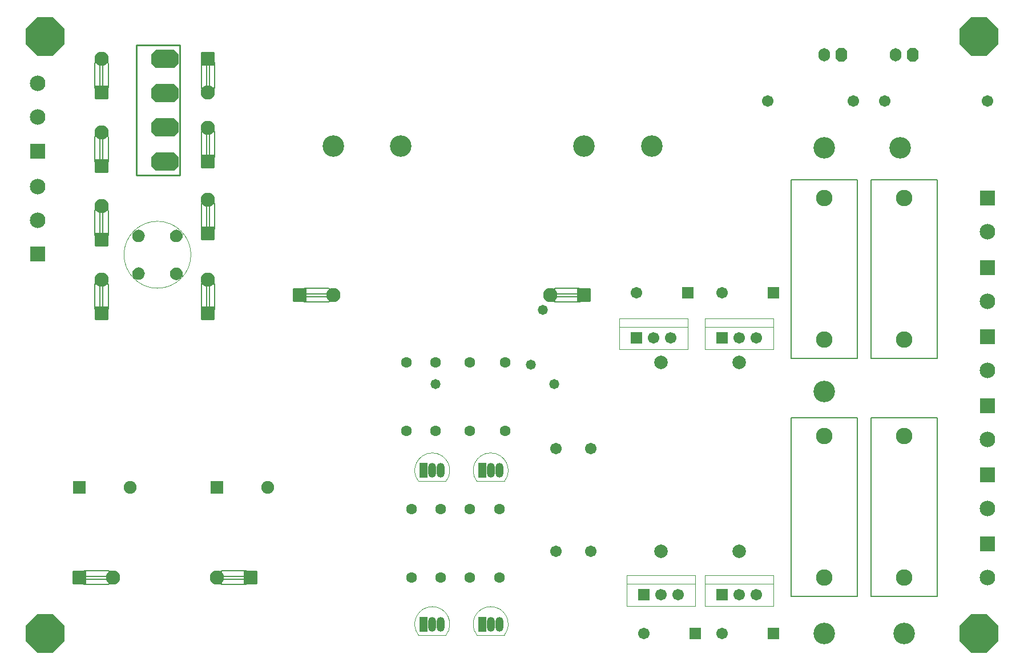
<source format=gbs>
G04*
G04 #@! TF.GenerationSoftware,Altium Limited,Altium Designer,18.0.7 (293)*
G04*
G04 Layer_Color=16711935*
%FSLAX25Y25*%
%MOIN*%
G70*
G01*
G75*
%ADD10C,0.00787*%
%ADD12C,0.00500*%
%ADD13C,0.01000*%
%ADD20C,0.00197*%
%ADD21C,0.00394*%
%ADD22C,0.00300*%
%ADD23C,0.06706*%
%ADD24O,0.04737X0.08674*%
%ADD25R,0.04737X0.08674*%
%ADD26C,0.07887*%
G04:AMPARAMS|DCode=27|XSize=161.54mil|YSize=102.5mil|CornerRadius=0mil|HoleSize=0mil|Usage=FLASHONLY|Rotation=180.000|XOffset=0mil|YOffset=0mil|HoleType=Round|Shape=Octagon|*
%AMOCTAGOND27*
4,1,8,-0.08077,0.02563,-0.08077,-0.02563,-0.05515,-0.05125,0.05515,-0.05125,0.08077,-0.02563,0.08077,0.02563,0.05515,0.05125,-0.05515,0.05125,-0.08077,0.02563,0.0*
%
%ADD27OCTAGOND27*%

%ADD28R,0.09068X0.09068*%
%ADD29C,0.09068*%
%ADD30P,0.24304X8X22.5*%
%ADD31C,0.08300*%
G04:AMPARAMS|DCode=32|XSize=83mil|YSize=83mil|CornerRadius=13.38mil|HoleSize=0mil|Usage=FLASHONLY|Rotation=90.000|XOffset=0mil|YOffset=0mil|HoleType=Round|Shape=RoundedRectangle|*
%AMROUNDEDRECTD32*
21,1,0.08300,0.05625,0,0,90.0*
21,1,0.05625,0.08300,0,0,90.0*
1,1,0.02675,0.02813,0.02813*
1,1,0.02675,0.02813,-0.02813*
1,1,0.02675,-0.02813,-0.02813*
1,1,0.02675,-0.02813,0.02813*
%
%ADD32ROUNDEDRECTD32*%
G04:AMPARAMS|DCode=33|XSize=83mil|YSize=83mil|CornerRadius=13.38mil|HoleSize=0mil|Usage=FLASHONLY|Rotation=180.000|XOffset=0mil|YOffset=0mil|HoleType=Round|Shape=RoundedRectangle|*
%AMROUNDEDRECTD33*
21,1,0.08300,0.05625,0,0,180.0*
21,1,0.05625,0.08300,0,0,180.0*
1,1,0.02675,-0.02813,0.02813*
1,1,0.02675,0.02813,0.02813*
1,1,0.02675,0.02813,-0.02813*
1,1,0.02675,-0.02813,-0.02813*
%
%ADD33ROUNDEDRECTD33*%
%ADD34C,0.12611*%
%ADD36O,0.06800X0.07800*%
G04:AMPARAMS|DCode=37|XSize=68mil|YSize=78mil|CornerRadius=0mil|HoleSize=0mil|Usage=FLASHONLY|Rotation=0.000|XOffset=0mil|YOffset=0mil|HoleType=Round|Shape=Octagon|*
%AMOCTAGOND37*
4,1,8,-0.01700,0.03900,0.01700,0.03900,0.03400,0.02200,0.03400,-0.02200,0.01700,-0.03900,-0.01700,-0.03900,-0.03400,-0.02200,-0.03400,0.02200,-0.01700,0.03900,0.0*
%
%ADD37OCTAGOND37*%

%ADD38C,0.07493*%
%ADD39R,0.07493X0.07493*%
%ADD40C,0.06699*%
%ADD41R,0.06699X0.06699*%
%ADD42C,0.09658*%
%ADD43C,0.06312*%
%ADD44R,0.06706X0.06706*%
%ADD45C,0.05800*%
G36*
X80839Y232677D02*
X80713Y233628D01*
X80346Y234514D01*
X79763Y235275D01*
X79002Y235858D01*
X78116Y236225D01*
X77165Y236350D01*
X76215Y236225D01*
X75329Y235858D01*
X74568Y235275D01*
X73984Y234514D01*
X73617Y233628D01*
X73492Y232677D01*
X73617Y231727D01*
X73984Y230841D01*
X74568Y230080D01*
X75329Y229496D01*
X76215Y229129D01*
X77165Y229004D01*
X78116Y229129D01*
X79002Y229496D01*
X79763Y230080D01*
X80346Y230841D01*
X80713Y231727D01*
X80839Y232677D01*
D02*
G37*
G36*
X102886Y232579D02*
X102761Y233529D01*
X102394Y234415D01*
X101810Y235176D01*
X101049Y235760D01*
X100163Y236127D01*
X99213Y236252D01*
X98262Y236127D01*
X97376Y235760D01*
X96615Y235176D01*
X96032Y234415D01*
X95665Y233529D01*
X95539Y232579D01*
X95665Y231628D01*
X96032Y230742D01*
X96615Y229981D01*
X97376Y229398D01*
X98262Y229031D01*
X99213Y228906D01*
X100163Y229031D01*
X101049Y229398D01*
X101810Y229981D01*
X102394Y230742D01*
X102761Y231628D01*
X102886Y232579D01*
D02*
G37*
G36*
X80839Y254724D02*
X80713Y255675D01*
X80346Y256561D01*
X79763Y257322D01*
X79002Y257906D01*
X78116Y258272D01*
X77165Y258398D01*
X76215Y258272D01*
X75329Y257906D01*
X74568Y257322D01*
X73984Y256561D01*
X73617Y255675D01*
X73492Y254724D01*
X73617Y253774D01*
X73984Y252888D01*
X74568Y252127D01*
X75329Y251543D01*
X76215Y251176D01*
X77165Y251051D01*
X78116Y251176D01*
X79002Y251543D01*
X79763Y252127D01*
X80346Y252888D01*
X80713Y253774D01*
X80839Y254724D01*
D02*
G37*
G36*
X102886D02*
X102761Y255675D01*
X102394Y256561D01*
X101810Y257322D01*
X101049Y257906D01*
X100163Y258272D01*
X99213Y258398D01*
X98262Y258272D01*
X97376Y257906D01*
X96615Y257322D01*
X96032Y256561D01*
X95665Y255675D01*
X95539Y254724D01*
X95665Y253774D01*
X96032Y252888D01*
X96615Y252127D01*
X97376Y251543D01*
X98262Y251176D01*
X99213Y251051D01*
X100163Y251176D01*
X101049Y251543D01*
X101810Y252127D01*
X102394Y252888D01*
X102761Y253774D01*
X102886Y254724D01*
D02*
G37*
G36*
X87176Y292968D02*
X84564Y295580D01*
X84564Y300855D01*
X87176Y303467D01*
X97864D01*
X100476Y300855D01*
X100476Y298380D01*
X100476Y295580D01*
X97864Y292968D01*
X87176Y292968D01*
D02*
G37*
G36*
Y312968D02*
X84564Y315580D01*
X84564Y320855D01*
X87176Y323467D01*
X97864D01*
X100476Y320855D01*
X100476Y318380D01*
X100476Y315580D01*
X97864Y312968D01*
X87176Y312968D01*
D02*
G37*
G36*
Y332968D02*
X84564Y335580D01*
X84564Y340855D01*
X87176Y343467D01*
X97864D01*
X100476Y340855D01*
X100476Y338380D01*
X100476Y335580D01*
X97864Y332968D01*
X87176Y332968D01*
D02*
G37*
G36*
Y352968D02*
X84564Y355580D01*
X84564Y360855D01*
X87176Y363467D01*
X97864D01*
X100476Y360855D01*
X100476Y358380D01*
X100476Y355580D01*
X97864Y352968D01*
X87176Y352968D01*
D02*
G37*
D10*
X458268Y44291D02*
Y148622D01*
X496850D01*
Y44291D02*
Y148622D01*
X458268Y44291D02*
X496850D01*
X504937Y183189D02*
Y287520D01*
X543520D01*
Y183189D02*
Y287520D01*
X504937Y183189D02*
X543520D01*
X504937Y44291D02*
Y148622D01*
X543520D01*
Y44291D02*
Y148622D01*
X504937Y44291D02*
X543520D01*
X458268Y183189D02*
Y287520D01*
X496850D01*
Y183189D02*
Y287520D01*
X458268Y183189D02*
X496850D01*
D12*
X114872Y299325D02*
G03*
X116863Y298269I1976J1321D01*
G01*
X118571Y298268D02*
G03*
X120545Y299305I11J2376D01*
G01*
X116862Y317953D02*
G03*
X114888Y316915I-11J-2376D01*
G01*
X120562Y316896D02*
G03*
X118570Y317951I-1976J-1321D01*
G01*
X114034Y315462D02*
G03*
X113768Y315197I87J-354D01*
G01*
X116918Y315272D02*
G03*
X114034Y315462I-4288J-43031D01*
G01*
X116918Y300949D02*
G03*
X114034Y300759I41749J-654584D01*
G01*
X113768Y301024D02*
G03*
X114034Y300759I357J92D01*
G01*
X118516Y315272D02*
G03*
X121399Y315462I-41797J655314D01*
G01*
X121665Y315197D02*
G03*
X121399Y315462I-357J-92D01*
G01*
X121399Y300759D02*
G03*
X121665Y301024I-87J354D01*
G01*
X118516Y300949D02*
G03*
X121399Y300759I4288J43031D01*
G01*
X116918Y300420D02*
G03*
X115656Y299252I3661J-5218D01*
G01*
X113768Y301024D02*
G03*
X115540Y299252I1772J0D01*
G01*
X121665Y315197D02*
G03*
X119894Y316968I-1772J0D01*
G01*
X115540D02*
G03*
X113768Y315197I0J-1772D01*
G01*
X119894Y299252D02*
G03*
X121665Y301024I0J1772D01*
G01*
X116535Y298268D02*
G03*
X118898Y298268I1181J0D01*
G01*
Y317953D02*
G03*
X116535Y317953I-1181J0D01*
G01*
X120562Y357211D02*
G03*
X118570Y358266I-1976J-1321D01*
G01*
X116862Y358268D02*
G03*
X114888Y357230I-11J-2376D01*
G01*
X118571Y338583D02*
G03*
X120545Y339620I11J2376D01*
G01*
X114872Y339640D02*
G03*
X116863Y338584I1976J1321D01*
G01*
X121399Y341073D02*
G03*
X121665Y341339I-87J354D01*
G01*
X118516Y341264D02*
G03*
X121399Y341073I4288J43031D01*
G01*
X118516Y355587D02*
G03*
X121399Y355777I-41749J654584D01*
G01*
X121665Y355512D02*
G03*
X121399Y355777I-357J-92D01*
G01*
X116918Y341264D02*
G03*
X114034Y341073I41797J-655314D01*
G01*
X113768Y341339D02*
G03*
X114034Y341073I357J92D01*
G01*
X114034Y355777D02*
G03*
X113768Y355512I87J-354D01*
G01*
X116918Y355587D02*
G03*
X114034Y355777I-4288J-43031D01*
G01*
X118516Y356115D02*
G03*
X119777Y357283I-3661J5218D01*
G01*
X121665Y355512D02*
G03*
X119894Y357283I-1772J0D01*
G01*
X113768Y341339D02*
G03*
X115540Y339567I1772J0D01*
G01*
X119894D02*
G03*
X121665Y341339I0J1772D01*
G01*
X115540Y357283D02*
G03*
X113768Y355512I0J-1772D01*
G01*
X118898Y358268D02*
G03*
X116535Y358268I-1181J0D01*
G01*
Y338583D02*
G03*
X118898Y338583I1181J0D01*
G01*
X336345Y217234D02*
G03*
X337400Y219226I-1321J1976D01*
G01*
X337402Y220933D02*
G03*
X336364Y222907I-2376J11D01*
G01*
X317717Y219224D02*
G03*
X318754Y217250I2376J-11D01*
G01*
X318773Y222924D02*
G03*
X317718Y220932I1321J-1976D01*
G01*
X320207Y216396D02*
G03*
X320472Y216130I354J87D01*
G01*
X320398Y219280D02*
G03*
X320207Y216396I43031J-4288D01*
G01*
X334720Y219280D02*
G03*
X334911Y216396I654584J41749D01*
G01*
X334646Y216130D02*
G03*
X334911Y216396I-92J357D01*
G01*
X320398Y220878D02*
G03*
X320207Y223761I-655314J-41797D01*
G01*
X320472Y224027D02*
G03*
X320207Y223761I92J-357D01*
G01*
X334911Y223761D02*
G03*
X334646Y224027I-354J-87D01*
G01*
X334720Y220878D02*
G03*
X334911Y223761I-43031J4288D01*
G01*
X335249Y219280D02*
G03*
X336417Y218018I5218J3661D01*
G01*
X334646Y216130D02*
G03*
X336417Y217902I0J1772D01*
G01*
X320472Y224027D02*
G03*
X318701Y222256I0J-1772D01*
G01*
Y217902D02*
G03*
X320472Y216130I1772J0D01*
G01*
X336417Y222256D02*
G03*
X334646Y224027I-1772J0D01*
G01*
X337402Y218898D02*
G03*
X337402Y221260I0J1181D01*
G01*
X317717D02*
G03*
X317717Y218898I0J-1181D01*
G01*
X172317Y222924D02*
G03*
X171261Y220932I1321J-1976D01*
G01*
X171260Y219224D02*
G03*
X172298Y217250I2376J-11D01*
G01*
X190945Y220933D02*
G03*
X189907Y222907I-2376J11D01*
G01*
X189888Y217234D02*
G03*
X190944Y219226I-1321J1976D01*
G01*
X188454Y223761D02*
G03*
X188189Y224027I-354J-87D01*
G01*
X188264Y220878D02*
G03*
X188454Y223761I-43031J4288D01*
G01*
X173941Y220878D02*
G03*
X173751Y223761I-654584J-41749D01*
G01*
X174016Y224027D02*
G03*
X173751Y223761I92J-357D01*
G01*
X188264Y219280D02*
G03*
X188454Y216396I655314J41797D01*
G01*
X188189Y216130D02*
G03*
X188454Y216396I-92J357D01*
G01*
X173751Y216396D02*
G03*
X174016Y216130I354J87D01*
G01*
X173941Y219280D02*
G03*
X173751Y216396I43031J-4288D01*
G01*
X173412Y220878D02*
G03*
X172244Y222139I-5218J-3661D01*
G01*
X174016Y224027D02*
G03*
X172244Y222256I0J-1772D01*
G01*
X188189Y216130D02*
G03*
X189961Y217902I0J1772D01*
G01*
Y222256D02*
G03*
X188189Y224027I-1772J0D01*
G01*
X172244Y217902D02*
G03*
X174016Y216130I1772J0D01*
G01*
X171260Y221260D02*
G03*
X171260Y218898I0J-1181D01*
G01*
X190945D02*
G03*
X190945Y221260I0J1181D01*
G01*
X52667Y296595D02*
G03*
X54659Y295539I1976J1321D01*
G01*
X56366Y295538D02*
G03*
X58340Y296576I11J2376D01*
G01*
X54657Y315223D02*
G03*
X52684Y314186I-11J-2376D01*
G01*
X58357Y314166D02*
G03*
X56365Y315222I-1976J-1321D01*
G01*
X51829Y312732D02*
G03*
X51563Y312467I87J-354D01*
G01*
X54713Y312542D02*
G03*
X51829Y312732I-4288J-43031D01*
G01*
X54713Y298219D02*
G03*
X51829Y298029I41749J-654584D01*
G01*
X51563Y298294D02*
G03*
X51829Y298029I357J92D01*
G01*
X56311Y312542D02*
G03*
X59194Y312732I-41797J655314D01*
G01*
X59460Y312467D02*
G03*
X59194Y312732I-357J-92D01*
G01*
X59194Y298029D02*
G03*
X59460Y298294I-87J354D01*
G01*
X56311Y298219D02*
G03*
X59194Y298029I4288J43031D01*
G01*
X54713Y297691D02*
G03*
X53451Y296522I3661J-5218D01*
G01*
X51563Y298294D02*
G03*
X53335Y296522I1772J0D01*
G01*
X59460Y312467D02*
G03*
X57689Y314239I-1772J0D01*
G01*
X53335D02*
G03*
X51563Y312467I0J-1772D01*
G01*
X57689Y296522D02*
G03*
X59460Y298294I0J1772D01*
G01*
X54331Y295538D02*
G03*
X56693Y295538I1181J0D01*
G01*
Y315223D02*
G03*
X54331Y315223I-1181J0D01*
G01*
X52667Y339640D02*
G03*
X54659Y338584I1976J1321D01*
G01*
X56366Y338583D02*
G03*
X58340Y339620I11J2376D01*
G01*
X54657Y358268D02*
G03*
X52684Y357230I-11J-2376D01*
G01*
X58357Y357211D02*
G03*
X56365Y358266I-1976J-1321D01*
G01*
X51829Y355777D02*
G03*
X51563Y355512I87J-354D01*
G01*
X54713Y355587D02*
G03*
X51829Y355777I-4288J-43031D01*
G01*
X54713Y341264D02*
G03*
X51829Y341073I41749J-654584D01*
G01*
X51563Y341339D02*
G03*
X51829Y341073I357J92D01*
G01*
X56311Y355587D02*
G03*
X59194Y355777I-41797J655314D01*
G01*
X59460Y355512D02*
G03*
X59194Y355777I-357J-92D01*
G01*
X59194Y341073D02*
G03*
X59460Y341339I-87J354D01*
G01*
X56311Y341264D02*
G03*
X59194Y341073I4288J43031D01*
G01*
X54713Y340735D02*
G03*
X53451Y339567I3661J-5218D01*
G01*
X51563Y341339D02*
G03*
X53335Y339567I1772J0D01*
G01*
X59460Y355512D02*
G03*
X57689Y357283I-1772J0D01*
G01*
X53335D02*
G03*
X51563Y355512I0J-1772D01*
G01*
X57689Y339567D02*
G03*
X59460Y341339I0J1772D01*
G01*
X54331Y338583D02*
G03*
X56693Y338583I1181J0D01*
G01*
Y358268D02*
G03*
X54331Y358268I-1181J0D01*
G01*
X52667Y253550D02*
G03*
X54659Y252495I1976J1321D01*
G01*
X56366Y252493D02*
G03*
X58340Y253531I11J2376D01*
G01*
X54657Y272179D02*
G03*
X52684Y271141I-11J-2376D01*
G01*
X58357Y271122D02*
G03*
X56365Y272177I-1976J-1321D01*
G01*
X51829Y269688D02*
G03*
X51563Y269423I87J-354D01*
G01*
X54713Y269497D02*
G03*
X51829Y269688I-4288J-43031D01*
G01*
X54713Y255174D02*
G03*
X51829Y254984I41749J-654584D01*
G01*
X51563Y255249D02*
G03*
X51829Y254984I357J92D01*
G01*
X56311Y269497D02*
G03*
X59194Y269688I-41797J655314D01*
G01*
X59460Y269423D02*
G03*
X59194Y269688I-357J-92D01*
G01*
X59194Y254984D02*
G03*
X59460Y255249I-87J354D01*
G01*
X56311Y255174D02*
G03*
X59194Y254984I4288J43031D01*
G01*
X54713Y254646D02*
G03*
X53451Y253478I3661J-5218D01*
G01*
X51563Y255249D02*
G03*
X53335Y253478I1772J0D01*
G01*
X59460Y269423D02*
G03*
X57689Y271194I-1772J0D01*
G01*
X53335D02*
G03*
X51563Y269423I0J-1772D01*
G01*
X57689Y253478D02*
G03*
X59460Y255249I0J1772D01*
G01*
X54331Y252493D02*
G03*
X56693Y252493I1181J0D01*
G01*
Y272179D02*
G03*
X54331Y272179I-1181J0D01*
G01*
X52667Y210506D02*
G03*
X54659Y209450I1976J1321D01*
G01*
X56366Y209449D02*
G03*
X58340Y210486I11J2376D01*
G01*
X54657Y229134D02*
G03*
X52684Y228096I-11J-2376D01*
G01*
X58357Y228077D02*
G03*
X56365Y229133I-1976J-1321D01*
G01*
X51829Y226643D02*
G03*
X51563Y226378I87J-354D01*
G01*
X54713Y226453D02*
G03*
X51829Y226643I-4288J-43031D01*
G01*
X54713Y212130D02*
G03*
X51829Y211940I41749J-654584D01*
G01*
X51563Y212205D02*
G03*
X51829Y211940I357J92D01*
G01*
X56311Y226453D02*
G03*
X59194Y226643I-41797J655314D01*
G01*
X59460Y226378D02*
G03*
X59194Y226643I-357J-92D01*
G01*
X59194Y211940D02*
G03*
X59460Y212205I-87J354D01*
G01*
X56311Y212130D02*
G03*
X59194Y211940I4288J43031D01*
G01*
X54713Y211601D02*
G03*
X53451Y210433I3661J-5218D01*
G01*
X51563Y212205D02*
G03*
X53335Y210433I1772J0D01*
G01*
X59460Y226378D02*
G03*
X57689Y228150I-1772J0D01*
G01*
X53335D02*
G03*
X51563Y226378I0J-1772D01*
G01*
X57689Y210433D02*
G03*
X59460Y212205I0J1772D01*
G01*
X54331Y209449D02*
G03*
X56693Y209449I1181J0D01*
G01*
Y229134D02*
G03*
X54331Y229134I-1181J0D01*
G01*
X141659Y52273D02*
G03*
X142715Y54265I-1321J1976D01*
G01*
X142716Y55972D02*
G03*
X141679Y57946I-2376J11D01*
G01*
X123031Y54264D02*
G03*
X124069Y52290I2376J-11D01*
G01*
X124088Y57963D02*
G03*
X123033Y55971I1321J-1976D01*
G01*
X125522Y51436D02*
G03*
X125787Y51170I354J87D01*
G01*
X125712Y54319D02*
G03*
X125522Y51436I43031J-4288D01*
G01*
X140035Y54319D02*
G03*
X140226Y51436I654584J41749D01*
G01*
X139961Y51170D02*
G03*
X140226Y51436I-92J357D01*
G01*
X125712Y55917D02*
G03*
X125522Y58801I-655314J-41797D01*
G01*
X125787Y59067D02*
G03*
X125522Y58801I92J-357D01*
G01*
X140226Y58800D02*
G03*
X139961Y59067I-354J-87D01*
G01*
X140035Y55917D02*
G03*
X140226Y58800I-43031J4288D01*
G01*
X140564Y54319D02*
G03*
X141732Y53058I5218J3661D01*
G01*
X139961Y51170D02*
G03*
X141732Y52941I0J1772D01*
G01*
X125787Y59067D02*
G03*
X124016Y57295I0J-1772D01*
G01*
Y52941D02*
G03*
X125787Y51170I1772J0D01*
G01*
X141732Y57295D02*
G03*
X139961Y59067I-1772J0D01*
G01*
X142716Y53937D02*
G03*
X142716Y56299I0J1181D01*
G01*
X123031D02*
G03*
X123031Y53937I0J-1181D01*
G01*
X43773Y57963D02*
G03*
X42718Y55971I1321J-1976D01*
G01*
X42717Y54264D02*
G03*
X43754Y52290I2376J-11D01*
G01*
X62402Y55972D02*
G03*
X61364Y57946I-2376J11D01*
G01*
X61345Y52273D02*
G03*
X62400Y54265I-1321J1976D01*
G01*
X59911Y58800D02*
G03*
X59646Y59067I-354J-87D01*
G01*
X59721Y55917D02*
G03*
X59911Y58800I-43031J4288D01*
G01*
X45398Y55917D02*
G03*
X45207Y58800I-654584J-41749D01*
G01*
X45472Y59067D02*
G03*
X45207Y58800I92J-357D01*
G01*
X59721Y54319D02*
G03*
X59911Y51436I655314J41797D01*
G01*
X59646Y51170D02*
G03*
X59911Y51436I-92J357D01*
G01*
X45207Y51436D02*
G03*
X45472Y51170I354J87D01*
G01*
X45398Y54319D02*
G03*
X45207Y51436I43031J-4288D01*
G01*
X44869Y55917D02*
G03*
X43701Y57178I-5218J-3661D01*
G01*
X45472Y59067D02*
G03*
X43701Y57295I0J-1772D01*
G01*
X59646Y51170D02*
G03*
X61417Y52941I0J1772D01*
G01*
Y57295D02*
G03*
X59646Y59067I-1772J0D01*
G01*
X43701Y52941D02*
G03*
X45472Y51170I1772J0D01*
G01*
X42717Y56299D02*
G03*
X42717Y53937I0J-1181D01*
G01*
X62402D02*
G03*
X62402Y56299I0J1181D01*
G01*
X114872Y257356D02*
G03*
X116863Y256300I1976J1321D01*
G01*
X118571Y256299D02*
G03*
X120545Y257337I11J2376D01*
G01*
X116862Y275984D02*
G03*
X114888Y274947I-11J-2376D01*
G01*
X120562Y274927D02*
G03*
X118570Y275983I-1976J-1321D01*
G01*
X114034Y273493D02*
G03*
X113768Y273228I87J-354D01*
G01*
X116918Y273303D02*
G03*
X114034Y273493I-4288J-43031D01*
G01*
X116918Y258980D02*
G03*
X114034Y258790I41749J-654584D01*
G01*
X113768Y259055D02*
G03*
X114034Y258790I357J92D01*
G01*
X118516Y273303D02*
G03*
X121399Y273493I-41797J655314D01*
G01*
X121665Y273228D02*
G03*
X121399Y273493I-357J-92D01*
G01*
X121399Y258790D02*
G03*
X121665Y259055I-87J354D01*
G01*
X118516Y258980D02*
G03*
X121399Y258790I4288J43031D01*
G01*
X116918Y258452D02*
G03*
X115656Y257283I3661J-5218D01*
G01*
X113768Y259055D02*
G03*
X115540Y257283I1772J0D01*
G01*
X121665Y273228D02*
G03*
X119894Y275000I-1772J0D01*
G01*
X115540D02*
G03*
X113768Y273228I0J-1772D01*
G01*
X119894Y257283D02*
G03*
X121665Y259055I0J1772D01*
G01*
X116535Y256299D02*
G03*
X118898Y256299I1181J0D01*
G01*
Y275984D02*
G03*
X116535Y275984I-1181J0D01*
G01*
X114872Y210506D02*
G03*
X116863Y209450I1976J1321D01*
G01*
X118571Y209449D02*
G03*
X120545Y210486I11J2376D01*
G01*
X116862Y229134D02*
G03*
X114888Y228096I-11J-2376D01*
G01*
X120562Y228077D02*
G03*
X118570Y229133I-1976J-1321D01*
G01*
X114034Y226643D02*
G03*
X113768Y226378I87J-354D01*
G01*
X116918Y226453D02*
G03*
X114034Y226643I-4288J-43031D01*
G01*
X116918Y212130D02*
G03*
X114034Y211940I41749J-654584D01*
G01*
X113768Y212205D02*
G03*
X114034Y211940I357J92D01*
G01*
X118516Y226453D02*
G03*
X121399Y226643I-41797J655314D01*
G01*
X121665Y226378D02*
G03*
X121399Y226643I-357J-92D01*
G01*
X121399Y211940D02*
G03*
X121665Y212205I-87J354D01*
G01*
X118516Y212130D02*
G03*
X121399Y211940I4288J43031D01*
G01*
X116918Y211601D02*
G03*
X115656Y210433I3661J-5218D01*
G01*
X113768Y212205D02*
G03*
X115540Y210433I1772J0D01*
G01*
X121665Y226378D02*
G03*
X119894Y228150I-1772J0D01*
G01*
X115540D02*
G03*
X113768Y226378I0J-1772D01*
G01*
X119894Y210433D02*
G03*
X121665Y212205I0J1772D01*
G01*
X116535Y209449D02*
G03*
X118898Y209449I1181J0D01*
G01*
Y229134D02*
G03*
X116535Y229134I-1181J0D01*
G01*
X120561Y299324D02*
X120579Y299350D01*
X120638Y299431D01*
X114799Y299425D02*
X114867Y299331D01*
X114872Y299325D01*
X114854Y316870D02*
X114871Y316898D01*
X114795Y316790D02*
X114854Y316870D01*
X120566Y316889D02*
X120634Y316796D01*
X120561Y316896D02*
X120566Y316889D01*
X118516Y315800D02*
X118593Y315812D01*
X118685Y315854D01*
X118785Y315928D01*
X118869Y316010D01*
X119090Y316273D01*
X119278Y316514D01*
X119447Y316719D01*
X119594Y316869D01*
X119694Y316943D01*
X119777Y316969D01*
X115656D02*
X115761Y316929D01*
X115900Y316811D01*
X116084Y316602D01*
X116312Y316312D01*
X116430Y316164D01*
X116565Y316009D01*
X116660Y315918D01*
X116780Y315836D01*
X116857Y315807D01*
X116918Y315800D01*
X119729Y299262D02*
X119777Y299252D01*
X119672Y299291D02*
X119729Y299262D01*
X119606Y299341D02*
X119672Y299291D01*
X119533Y299410D02*
X119606Y299341D01*
X119445Y299504D02*
X119533Y299410D01*
X119349Y299618D02*
X119445Y299504D01*
X119241Y299754D02*
X119349Y299618D01*
X119121Y299908D02*
X119241Y299754D01*
X119003Y300056D02*
X119121Y299908D01*
X118868Y300211D02*
X119003Y300056D01*
X118822Y300258D02*
X118868Y300211D01*
X118773Y300303D02*
X118822Y300258D01*
X118717Y300346D02*
X118773Y300303D01*
X118653Y300385D02*
X118717Y300346D01*
X118617Y300401D02*
X118653Y300385D01*
X118576Y300413D02*
X118617Y300401D01*
X118547Y300418D02*
X118576Y300413D01*
X118516Y300420D02*
X118547Y300418D01*
X116863Y298269D02*
X118571Y298268D01*
X116862Y317953D02*
X118570Y317952D01*
X116918Y300420D02*
Y315800D01*
X113768Y301024D02*
Y315197D01*
X121665Y301024D02*
Y315197D01*
X118516Y300420D02*
Y315800D01*
X116918Y315272D02*
X118516D01*
X116918Y300949D02*
X118516D01*
X116918Y300420D02*
X118516D01*
X116918Y315800D02*
X118516D01*
X115540Y316969D02*
X119893D01*
X115540Y299252D02*
X119893D01*
X114854Y357185D02*
X114872Y357212D01*
X114795Y357105D02*
X114854Y357185D01*
X120566Y357204D02*
X120634Y357111D01*
X120561Y357211D02*
X120566Y357204D01*
X120562Y339638D02*
X120579Y339665D01*
X120638Y339745D01*
X114799Y339740D02*
X114867Y339646D01*
X114872Y339640D01*
X116840Y340724D02*
X116918Y340735D01*
X116748Y340682D02*
X116840Y340724D01*
X116648Y340608D02*
X116748Y340682D01*
X116564Y340525D02*
X116648Y340608D01*
X116343Y340263D02*
X116564Y340525D01*
X116155Y340022D02*
X116343Y340263D01*
X115986Y339817D02*
X116155Y340022D01*
X115839Y339666D02*
X115986Y339817D01*
X115739Y339593D02*
X115839Y339666D01*
X115656Y339567D02*
X115739Y339593D01*
X119672Y339606D02*
X119777Y339567D01*
X119533Y339725D02*
X119672Y339606D01*
X119349Y339933D02*
X119533Y339725D01*
X119121Y340223D02*
X119349Y339933D01*
X119003Y340372D02*
X119121Y340223D01*
X118868Y340526D02*
X119003Y340372D01*
X118773Y340618D02*
X118868Y340526D01*
X118653Y340700D02*
X118773Y340618D01*
X118576Y340728D02*
X118653Y340700D01*
X118516Y340735D02*
X118576Y340728D01*
X115656Y357283D02*
X115705Y357274D01*
X115761Y357244D01*
X115827Y357195D01*
X115900Y357126D01*
X115988Y357032D01*
X116084Y356917D01*
X116192Y356781D01*
X116312Y356627D01*
X116430Y356479D01*
X116565Y356324D01*
X116611Y356278D01*
X116660Y356233D01*
X116716Y356189D01*
X116780Y356151D01*
X116816Y356135D01*
X116857Y356122D01*
X116886Y356117D01*
X116918Y356115D01*
X116862Y358268D02*
X118570Y358266D01*
X116863Y338584D02*
X118571Y338583D01*
X118516Y340735D02*
Y356115D01*
X121665Y341339D02*
Y355512D01*
X113768Y341339D02*
Y355512D01*
X116918Y340735D02*
Y356115D01*
Y341264D02*
X118516D01*
X116918Y355587D02*
X118516D01*
X116918Y356115D02*
X118516D01*
X116918Y340735D02*
X118516D01*
X115540Y339567D02*
X119893D01*
X115540Y357283D02*
X119893D01*
X336319Y222941D02*
X336346Y222923D01*
X336239Y223001D02*
X336319Y222941D01*
X336244Y217161D02*
X336338Y217229D01*
X336345Y217234D01*
X318771Y217233D02*
X318799Y217216D01*
X318879Y217157D01*
X318780Y222928D02*
X318874Y222996D01*
X318773Y222924D02*
X318780Y222928D01*
X319858Y220955D02*
X319869Y220878D01*
X319816Y221047D02*
X319858Y220955D01*
X319741Y221147D02*
X319816Y221047D01*
X319659Y221231D02*
X319741Y221147D01*
X319396Y221452D02*
X319659Y221231D01*
X319156Y221640D02*
X319396Y221452D01*
X318951Y221809D02*
X319156Y221640D01*
X318800Y221956D02*
X318951Y221809D01*
X318726Y222057D02*
X318800Y221956D01*
X318701Y222139D02*
X318726Y222057D01*
X318701Y218018D02*
X318740Y218123D01*
X318858Y218263D01*
X319067Y218447D01*
X319357Y218674D01*
X319506Y218792D01*
X319660Y218927D01*
X319751Y219023D01*
X319833Y219142D01*
X319862Y219219D01*
X319869Y219280D01*
X336408Y222091D02*
X336417Y222139D01*
X336378Y222034D02*
X336408Y222091D01*
X336329Y221968D02*
X336378Y222034D01*
X336260Y221895D02*
X336329Y221968D01*
X336166Y221807D02*
X336260Y221895D01*
X336051Y221711D02*
X336166Y221807D01*
X335915Y221603D02*
X336051Y221711D01*
X335761Y221483D02*
X335915Y221603D01*
X335613Y221366D02*
X335761Y221483D01*
X335458Y221230D02*
X335613Y221366D01*
X335412Y221184D02*
X335458Y221230D01*
X335367Y221135D02*
X335412Y221184D01*
X335323Y221079D02*
X335367Y221135D01*
X335285Y221016D02*
X335323Y221079D01*
X335268Y220979D02*
X335285Y221016D01*
X335256Y220939D02*
X335268Y220979D01*
X335251Y220909D02*
X335256Y220939D01*
X335249Y220878D02*
X335251Y220909D01*
X337400Y219226D02*
X337402Y220933D01*
X317717Y219224D02*
X317718Y220932D01*
X319869Y219280D02*
X335249D01*
X320472Y216130D02*
X334646D01*
X320472Y224027D02*
X334646D01*
X319869Y220878D02*
X335249D01*
X320398Y219280D02*
Y220878D01*
X334720Y219280D02*
Y220878D01*
X335249Y219280D02*
Y220878D01*
X319869Y219280D02*
Y220878D01*
X318701Y217902D02*
Y222256D01*
X336417Y217902D02*
Y222256D01*
X172316Y217234D02*
X172342Y217216D01*
X172423Y217157D01*
X172323Y222928D02*
X172417Y222996D01*
X172317Y222924D02*
X172323Y222928D01*
X189862Y222941D02*
X189890Y222924D01*
X189782Y223001D02*
X189862Y222941D01*
X189788Y217161D02*
X189881Y217229D01*
X189888Y217234D01*
X188792Y219280D02*
X188804Y219202D01*
X188846Y219110D01*
X188920Y219011D01*
X189002Y218926D01*
X189265Y218705D01*
X189506Y218517D01*
X189711Y218348D01*
X189861Y218201D01*
X189935Y218101D01*
X189961Y218018D01*
X189922Y222034D02*
X189961Y222139D01*
X189803Y221895D02*
X189922Y222034D01*
X189594Y221711D02*
X189803Y221895D01*
X189305Y221483D02*
X189594Y221711D01*
X189156Y221365D02*
X189305Y221483D01*
X189001Y221230D02*
X189156Y221365D01*
X188910Y221135D02*
X189001Y221230D01*
X188828Y221016D02*
X188910Y221135D01*
X188799Y220939D02*
X188828Y221016D01*
X188792Y220878D02*
X188799Y220939D01*
X172244Y218018D02*
X172254Y218067D01*
X172283Y218123D01*
X172333Y218189D01*
X172402Y218263D01*
X172496Y218350D01*
X172610Y218447D01*
X172746Y218555D01*
X172900Y218674D01*
X173048Y218792D01*
X173203Y218927D01*
X173250Y218973D01*
X173295Y219023D01*
X173338Y219078D01*
X173377Y219142D01*
X173393Y219179D01*
X173405Y219219D01*
X173411Y219249D01*
X173412Y219280D01*
X171260Y219224D02*
X171261Y220932D01*
X190944Y219226D02*
X190945Y220933D01*
X173412Y220878D02*
X188792D01*
X174016Y224027D02*
X188189D01*
X174016Y216130D02*
X188189D01*
X173412Y219280D02*
X188792D01*
X188264D02*
Y220878D01*
X173941Y219280D02*
Y220878D01*
X173412Y219280D02*
Y220878D01*
X188792Y219280D02*
Y220878D01*
X189961Y217902D02*
Y222256D01*
X172244Y217902D02*
Y222256D01*
X58356Y296594D02*
X58375Y296621D01*
X58434Y296701D01*
X52595Y296695D02*
X52662Y296601D01*
X52667Y296595D01*
X52649Y314141D02*
X52666Y314168D01*
X52590Y314060D02*
X52649Y314141D01*
X58361Y314160D02*
X58429Y314066D01*
X58357Y314166D02*
X58361Y314160D01*
X56311Y313071D02*
X56388Y313082D01*
X56480Y313124D01*
X56580Y313198D01*
X56664Y313281D01*
X56886Y313543D01*
X57073Y313784D01*
X57242Y313989D01*
X57389Y314139D01*
X57490Y314213D01*
X57572Y314239D01*
X53451D02*
X53556Y314200D01*
X53696Y314081D01*
X53880Y313872D01*
X54107Y313583D01*
X54225Y313434D01*
X54360Y313279D01*
X54456Y313188D01*
X54575Y313106D01*
X54652Y313078D01*
X54713Y313071D01*
X57524Y296532D02*
X57572Y296522D01*
X57467Y296561D02*
X57524Y296532D01*
X57402Y296611D02*
X57467Y296561D01*
X57328Y296680D02*
X57402Y296611D01*
X57241Y296774D02*
X57328Y296680D01*
X57144Y296889D02*
X57241Y296774D01*
X57036Y297025D02*
X57144Y296889D01*
X56916Y297178D02*
X57036Y297025D01*
X56799Y297326D02*
X56916Y297178D01*
X56663Y297482D02*
X56799Y297326D01*
X56617Y297528D02*
X56663Y297482D01*
X56568Y297573D02*
X56617Y297528D01*
X56512Y297616D02*
X56568Y297573D01*
X56449Y297655D02*
X56512Y297616D01*
X56412Y297671D02*
X56449Y297655D01*
X56372Y297684D02*
X56412Y297671D01*
X56342Y297689D02*
X56372Y297684D01*
X56311Y297691D02*
X56342Y297689D01*
X54659Y295539D02*
X56366Y295538D01*
X54657Y315223D02*
X56365Y315222D01*
X54713Y297691D02*
Y313071D01*
X51563Y298294D02*
Y312467D01*
X59460Y298294D02*
Y312467D01*
X56311Y297691D02*
Y313071D01*
X54713Y312542D02*
X56311D01*
X54713Y298219D02*
X56311D01*
X54713Y297691D02*
X56311D01*
X54713Y313071D02*
X56311D01*
X53335Y314239D02*
X57689D01*
X53335Y296522D02*
X57689D01*
X58356Y339638D02*
X58375Y339665D01*
X58434Y339745D01*
X52595Y339740D02*
X52662Y339646D01*
X52667Y339640D01*
X52649Y357185D02*
X52666Y357213D01*
X52590Y357105D02*
X52649Y357185D01*
X58361Y357204D02*
X58429Y357110D01*
X58357Y357211D02*
X58361Y357204D01*
X56311Y356115D02*
X56388Y356127D01*
X56480Y356168D01*
X56580Y356243D01*
X56664Y356325D01*
X56886Y356588D01*
X57073Y356829D01*
X57242Y357034D01*
X57389Y357184D01*
X57490Y357258D01*
X57572Y357283D01*
X53451D02*
X53556Y357244D01*
X53696Y357126D01*
X53880Y356917D01*
X54107Y356627D01*
X54225Y356478D01*
X54360Y356324D01*
X54456Y356233D01*
X54575Y356151D01*
X54652Y356122D01*
X54713Y356115D01*
X57524Y339577D02*
X57572Y339567D01*
X57467Y339606D02*
X57524Y339577D01*
X57402Y339656D02*
X57467Y339606D01*
X57328Y339725D02*
X57402Y339656D01*
X57241Y339819D02*
X57328Y339725D01*
X57144Y339933D02*
X57241Y339819D01*
X57036Y340069D02*
X57144Y339933D01*
X56916Y340223D02*
X57036Y340069D01*
X56799Y340371D02*
X56916Y340223D01*
X56663Y340526D02*
X56799Y340371D01*
X56617Y340572D02*
X56663Y340526D01*
X56568Y340618D02*
X56617Y340572D01*
X56512Y340661D02*
X56568Y340618D01*
X56449Y340700D02*
X56512Y340661D01*
X56412Y340716D02*
X56449Y340700D01*
X56372Y340728D02*
X56412Y340716D01*
X56342Y340733D02*
X56372Y340728D01*
X56311Y340735D02*
X56342Y340733D01*
X54659Y338584D02*
X56366Y338583D01*
X54657Y358268D02*
X56365Y358266D01*
X54713Y340735D02*
Y356115D01*
X51563Y341339D02*
Y355512D01*
X59460Y341339D02*
Y355512D01*
X56311Y340735D02*
Y356115D01*
X54713Y355587D02*
X56311D01*
X54713Y341264D02*
X56311D01*
X54713Y340735D02*
X56311D01*
X54713Y356115D02*
X56311D01*
X53335Y357283D02*
X57689D01*
X53335Y339567D02*
X57689D01*
X58356Y253549D02*
X58375Y253576D01*
X58434Y253656D01*
X52595Y253651D02*
X52662Y253557D01*
X52667Y253550D01*
X52649Y271096D02*
X52666Y271124D01*
X52590Y271016D02*
X52649Y271096D01*
X58361Y271115D02*
X58429Y271021D01*
X58357Y271122D02*
X58361Y271115D01*
X56311Y270026D02*
X56388Y270037D01*
X56480Y270079D01*
X56580Y270154D01*
X56664Y270236D01*
X56886Y270499D01*
X57073Y270739D01*
X57242Y270944D01*
X57389Y271095D01*
X57490Y271169D01*
X57572Y271194D01*
X53451D02*
X53556Y271155D01*
X53696Y271037D01*
X53880Y270828D01*
X54107Y270538D01*
X54225Y270389D01*
X54360Y270235D01*
X54456Y270144D01*
X54575Y270062D01*
X54652Y270033D01*
X54713Y270026D01*
X57524Y253487D02*
X57572Y253478D01*
X57467Y253517D02*
X57524Y253487D01*
X57402Y253566D02*
X57467Y253517D01*
X57328Y253635D02*
X57402Y253566D01*
X57241Y253729D02*
X57328Y253635D01*
X57144Y253844D02*
X57241Y253729D01*
X57036Y253980D02*
X57144Y253844D01*
X56916Y254134D02*
X57036Y253980D01*
X56799Y254282D02*
X56916Y254134D01*
X56663Y254437D02*
X56799Y254282D01*
X56617Y254483D02*
X56663Y254437D01*
X56568Y254528D02*
X56617Y254483D01*
X56512Y254572D02*
X56568Y254528D01*
X56449Y254610D02*
X56512Y254572D01*
X56412Y254627D02*
X56449Y254610D01*
X56372Y254639D02*
X56412Y254627D01*
X56342Y254644D02*
X56372Y254639D01*
X56311Y254646D02*
X56342Y254644D01*
X54659Y252495D02*
X56366Y252493D01*
X54657Y272178D02*
X56365Y272177D01*
X54713Y254646D02*
Y270026D01*
X51563Y255249D02*
Y269423D01*
X59460Y255249D02*
Y269423D01*
X56311Y254646D02*
Y270026D01*
X54713Y269497D02*
X56311D01*
X54713Y255175D02*
X56311D01*
X54713Y254646D02*
X56311D01*
X54713Y270026D02*
X56311D01*
X53335Y271194D02*
X57689D01*
X53335Y253478D02*
X57689D01*
X58356Y210505D02*
X58375Y210531D01*
X58434Y210612D01*
X52595Y210606D02*
X52662Y210512D01*
X52667Y210506D01*
X52649Y228051D02*
X52666Y228079D01*
X52590Y227971D02*
X52649Y228051D01*
X58361Y228070D02*
X58429Y227977D01*
X58357Y228077D02*
X58361Y228070D01*
X56311Y226981D02*
X56388Y226993D01*
X56480Y227035D01*
X56580Y227109D01*
X56664Y227191D01*
X56886Y227454D01*
X57073Y227695D01*
X57242Y227900D01*
X57389Y228050D01*
X57490Y228124D01*
X57572Y228150D01*
X53451D02*
X53556Y228110D01*
X53696Y227992D01*
X53880Y227783D01*
X54107Y227493D01*
X54225Y227345D01*
X54360Y227190D01*
X54456Y227099D01*
X54575Y227017D01*
X54652Y226988D01*
X54713Y226981D01*
X57524Y210443D02*
X57572Y210433D01*
X57467Y210472D02*
X57524Y210443D01*
X57402Y210522D02*
X57467Y210472D01*
X57328Y210591D02*
X57402Y210522D01*
X57241Y210685D02*
X57328Y210591D01*
X57144Y210799D02*
X57241Y210685D01*
X57036Y210935D02*
X57144Y210799D01*
X56916Y211089D02*
X57036Y210935D01*
X56799Y211237D02*
X56916Y211089D01*
X56663Y211392D02*
X56799Y211237D01*
X56617Y211439D02*
X56663Y211392D01*
X56568Y211484D02*
X56617Y211439D01*
X56512Y211527D02*
X56568Y211484D01*
X56449Y211566D02*
X56512Y211527D01*
X56412Y211582D02*
X56449Y211566D01*
X56372Y211594D02*
X56412Y211582D01*
X56342Y211599D02*
X56372Y211594D01*
X56311Y211601D02*
X56342Y211599D01*
X54659Y209450D02*
X56366Y209449D01*
X54657Y229134D02*
X56365Y229133D01*
X54713Y211601D02*
Y226981D01*
X51563Y212205D02*
Y226378D01*
X59460Y212205D02*
Y226378D01*
X56311Y211601D02*
Y226981D01*
X54713Y226453D02*
X56311D01*
X54713Y212130D02*
X56311D01*
X54713Y211601D02*
X56311D01*
X54713Y226981D02*
X56311D01*
X53335Y228150D02*
X57689D01*
X53335Y210433D02*
X57689D01*
X141634Y57981D02*
X141661Y57963D01*
X141554Y58040D02*
X141634Y57981D01*
X141559Y52201D02*
X141653Y52269D01*
X141660Y52273D01*
X124086Y52272D02*
X124114Y52255D01*
X124194Y52196D01*
X124095Y57967D02*
X124189Y58035D01*
X124088Y57963D02*
X124095Y57967D01*
X125172Y55995D02*
X125184Y55917D01*
X125131Y56087D02*
X125172Y55995D01*
X125056Y56186D02*
X125131Y56087D01*
X124974Y56271D02*
X125056Y56186D01*
X124711Y56492D02*
X124974Y56271D01*
X124471Y56679D02*
X124711Y56492D01*
X124266Y56848D02*
X124471Y56679D01*
X124115Y56995D02*
X124266Y56848D01*
X124041Y57096D02*
X124115Y56995D01*
X124016Y57179D02*
X124041Y57096D01*
X124016Y53058D02*
X124055Y53163D01*
X124173Y53302D01*
X124382Y53486D01*
X124672Y53714D01*
X124821Y53831D01*
X124975Y53967D01*
X125066Y54062D01*
X125148Y54181D01*
X125177Y54258D01*
X125184Y54319D01*
X141722Y57130D02*
X141732Y57179D01*
X141693Y57073D02*
X141722Y57130D01*
X141644Y57008D02*
X141693Y57073D01*
X141575Y56934D02*
X141644Y57008D01*
X141480Y56847D02*
X141575Y56934D01*
X141366Y56750D02*
X141480Y56847D01*
X141230Y56642D02*
X141366Y56750D01*
X141076Y56523D02*
X141230Y56642D01*
X140928Y56405D02*
X141076Y56523D01*
X140773Y56269D02*
X140928Y56405D01*
X140727Y56224D02*
X140773Y56269D01*
X140682Y56174D02*
X140727Y56224D01*
X140638Y56119D02*
X140682Y56174D01*
X140599Y56055D02*
X140638Y56119D01*
X140583Y56018D02*
X140599Y56055D01*
X140571Y55978D02*
X140583Y56018D01*
X140566Y55948D02*
X140571Y55978D01*
X140564Y55917D02*
X140566Y55948D01*
X142715Y54265D02*
X142716Y55972D01*
X123031Y54264D02*
X123033Y55971D01*
X125184Y54319D02*
X140564D01*
X125787Y51170D02*
X139960D01*
X125787Y59067D02*
X139960D01*
X125184Y55917D02*
X140564D01*
X125712Y54319D02*
Y55917D01*
X140035Y54319D02*
Y55917D01*
X140564Y54319D02*
Y55917D01*
X125184Y54319D02*
Y55917D01*
X124016Y52941D02*
Y57295D01*
X141732Y52941D02*
Y57295D01*
X43772Y52274D02*
X43799Y52255D01*
X43879Y52196D01*
X43780Y57967D02*
X43874Y58035D01*
X43773Y57963D02*
X43780Y57967D01*
X61319Y57981D02*
X61347Y57964D01*
X61239Y58040D02*
X61319Y57981D01*
X61244Y52201D02*
X61338Y52269D01*
X61345Y52273D01*
X60249Y54319D02*
X60261Y54241D01*
X60302Y54150D01*
X60377Y54050D01*
X60459Y53966D01*
X60722Y53744D01*
X60962Y53557D01*
X61167Y53388D01*
X61318Y53241D01*
X61392Y53140D01*
X61417Y53058D01*
X61378Y57073D02*
X61417Y57179D01*
X61260Y56934D02*
X61378Y57073D01*
X61051Y56750D02*
X61260Y56934D01*
X60761Y56523D02*
X61051Y56750D01*
X60612Y56405D02*
X60761Y56523D01*
X60458Y56269D02*
X60612Y56405D01*
X60367Y56174D02*
X60458Y56269D01*
X60285Y56055D02*
X60367Y56174D01*
X60256Y55978D02*
X60285Y56055D01*
X60249Y55917D02*
X60256Y55978D01*
X43701Y53058D02*
X43711Y53106D01*
X43740Y53163D01*
X43789Y53228D01*
X43858Y53302D01*
X43953Y53389D01*
X44067Y53486D01*
X44203Y53594D01*
X44357Y53714D01*
X44505Y53831D01*
X44660Y53967D01*
X44706Y54012D01*
X44751Y54062D01*
X44795Y54118D01*
X44834Y54181D01*
X44850Y54218D01*
X44862Y54258D01*
X44867Y54288D01*
X44869Y54319D01*
X42717Y54264D02*
X42718Y55971D01*
X62400Y54265D02*
X62402Y55972D01*
X44869Y55917D02*
X60249D01*
X45473Y59067D02*
X59646D01*
X45473Y51170D02*
X59646D01*
X44869Y54319D02*
X60249D01*
X59721D02*
Y55917D01*
X45398Y54319D02*
Y55917D01*
X44869Y54319D02*
Y55917D01*
X60249Y54319D02*
Y55917D01*
X61417Y52941D02*
Y57295D01*
X43701Y52941D02*
Y57295D01*
X120561Y257355D02*
X120579Y257382D01*
X120638Y257462D01*
X114799Y257456D02*
X114867Y257363D01*
X114872Y257356D01*
X114854Y274902D02*
X114871Y274929D01*
X114795Y274821D02*
X114854Y274902D01*
X120566Y274921D02*
X120634Y274827D01*
X120561Y274927D02*
X120566Y274921D01*
X118516Y273832D02*
X118593Y273843D01*
X118685Y273885D01*
X118785Y273959D01*
X118869Y274042D01*
X119090Y274304D01*
X119278Y274545D01*
X119447Y274750D01*
X119594Y274901D01*
X119694Y274974D01*
X119777Y275000D01*
X115656D02*
X115761Y274961D01*
X115900Y274842D01*
X116084Y274634D01*
X116312Y274344D01*
X116430Y274195D01*
X116565Y274041D01*
X116660Y273949D01*
X116780Y273867D01*
X116857Y273839D01*
X116918Y273832D01*
X119729Y257293D02*
X119777Y257283D01*
X119672Y257323D02*
X119729Y257293D01*
X119606Y257372D02*
X119672Y257323D01*
X119533Y257441D02*
X119606Y257372D01*
X119445Y257535D02*
X119533Y257441D01*
X119349Y257650D02*
X119445Y257535D01*
X119241Y257786D02*
X119349Y257650D01*
X119121Y257940D02*
X119241Y257786D01*
X119003Y258088D02*
X119121Y257940D01*
X118868Y258243D02*
X119003Y258088D01*
X118822Y258289D02*
X118868Y258243D01*
X118773Y258334D02*
X118822Y258289D01*
X118717Y258377D02*
X118773Y258334D01*
X118653Y258416D02*
X118717Y258377D01*
X118617Y258432D02*
X118653Y258416D01*
X118576Y258445D02*
X118617Y258432D01*
X118547Y258450D02*
X118576Y258445D01*
X118516Y258452D02*
X118547Y258450D01*
X116863Y256300D02*
X118571Y256299D01*
X116862Y275984D02*
X118570Y275983D01*
X116918Y258452D02*
Y273832D01*
X113768Y259055D02*
Y273228D01*
X121665Y259055D02*
Y273228D01*
X118516Y258452D02*
Y273832D01*
X116918Y273303D02*
X118516D01*
X116918Y258980D02*
X118516D01*
X116918Y258452D02*
X118516D01*
X116918Y273832D02*
X118516D01*
X115540Y275000D02*
X119893D01*
X115540Y257283D02*
X119893D01*
X120561Y210505D02*
X120579Y210531D01*
X120638Y210612D01*
X114799Y210606D02*
X114867Y210512D01*
X114872Y210506D01*
X114854Y228051D02*
X114871Y228079D01*
X114795Y227971D02*
X114854Y228051D01*
X120566Y228070D02*
X120634Y227977D01*
X120561Y228077D02*
X120566Y228070D01*
X118516Y226981D02*
X118593Y226993D01*
X118685Y227035D01*
X118785Y227109D01*
X118869Y227191D01*
X119090Y227454D01*
X119278Y227695D01*
X119447Y227900D01*
X119594Y228050D01*
X119694Y228124D01*
X119777Y228150D01*
X115656D02*
X115761Y228110D01*
X115900Y227992D01*
X116084Y227783D01*
X116312Y227493D01*
X116430Y227345D01*
X116565Y227190D01*
X116660Y227099D01*
X116780Y227017D01*
X116857Y226988D01*
X116918Y226981D01*
X119729Y210443D02*
X119777Y210433D01*
X119672Y210472D02*
X119729Y210443D01*
X119606Y210522D02*
X119672Y210472D01*
X119533Y210591D02*
X119606Y210522D01*
X119445Y210685D02*
X119533Y210591D01*
X119349Y210799D02*
X119445Y210685D01*
X119241Y210935D02*
X119349Y210799D01*
X119121Y211089D02*
X119241Y210935D01*
X119003Y211237D02*
X119121Y211089D01*
X118868Y211392D02*
X119003Y211237D01*
X118822Y211439D02*
X118868Y211392D01*
X118773Y211484D02*
X118822Y211439D01*
X118717Y211527D02*
X118773Y211484D01*
X118653Y211566D02*
X118717Y211527D01*
X118617Y211582D02*
X118653Y211566D01*
X118576Y211594D02*
X118617Y211582D01*
X118547Y211599D02*
X118576Y211594D01*
X118516Y211601D02*
X118547Y211599D01*
X116863Y209450D02*
X118571Y209449D01*
X116862Y229134D02*
X118570Y229133D01*
X116918Y211601D02*
Y226981D01*
X113768Y212205D02*
Y226378D01*
X121665Y212205D02*
Y226378D01*
X118516Y211601D02*
Y226981D01*
X116918Y226453D02*
X118516D01*
X116918Y212130D02*
X118516D01*
X116918Y211601D02*
X118516D01*
X116918Y226981D02*
X118516D01*
X115540Y228150D02*
X119893D01*
X115540Y210433D02*
X119893D01*
D13*
X75920Y366070D02*
X101120D01*
Y290168D02*
Y366070D01*
X75920Y290168D02*
X101120D01*
X75920D02*
Y365670D01*
D20*
X107744Y243701D02*
G03*
X107744Y243701I-19555J0D01*
G01*
D21*
X290862Y21651D02*
G03*
X274729Y21651I-8066J6302D01*
G01*
X256741D02*
G03*
X240608Y21651I-8066J6302D01*
G01*
X256741Y111415D02*
G03*
X240608Y111415I-8066J6302D01*
G01*
X290862D02*
G03*
X274729Y111415I-8066J6302D01*
G01*
X274729Y21654D02*
X290862D01*
X240608D02*
X256741D01*
X240608Y111417D02*
X256741D01*
X274729D02*
X290862D01*
X402282Y38526D02*
Y51526D01*
X362282Y38526D02*
X402282D01*
X362282D02*
Y51526D01*
Y56526D02*
X402282D01*
X362282Y51526D02*
Y56526D01*
Y51526D02*
X402282D01*
Y56526D01*
X447951Y188526D02*
Y201526D01*
X407951Y188526D02*
X447951D01*
X407951D02*
Y201526D01*
Y206526D02*
X447951D01*
X407951Y201526D02*
Y206526D01*
Y201526D02*
X447951D01*
Y206526D01*
Y38526D02*
Y51526D01*
X407951Y38526D02*
X447951D01*
X407951D02*
Y51526D01*
Y56526D02*
X447951D01*
X407951Y51526D02*
Y56526D01*
Y51526D02*
X447951D01*
Y56526D01*
X397794Y188526D02*
Y201526D01*
X357794Y188526D02*
X397794D01*
X357794D02*
Y201526D01*
Y206526D02*
X397794D01*
X357794Y201526D02*
Y206526D01*
Y201526D02*
X397794D01*
Y206526D01*
X280827Y27953D02*
X284764D01*
X282795Y25984D02*
Y29921D01*
X246706Y27953D02*
X250643D01*
X248675Y25984D02*
Y29921D01*
X246706Y117717D02*
X250643D01*
X248675Y115748D02*
Y119685D01*
X280827Y117717D02*
X284764D01*
X282795Y115748D02*
Y119685D01*
D22*
X480553Y22638D02*
G03*
X480553Y22638I-2994J0D01*
G01*
X525041Y306299D02*
G03*
X525041Y306299I-2994J0D01*
G01*
X480553Y163779D02*
G03*
X480553Y163779I-2994J0D01*
G01*
X480553Y306299D02*
G03*
X480553Y306299I-2994J0D01*
G01*
X527222Y22638D02*
G03*
X527222Y22638I-2994J0D01*
G01*
D23*
X444685Y333465D02*
D03*
X494685D02*
D03*
X572835D02*
D03*
X512835D02*
D03*
X320866Y70472D02*
D03*
Y130472D02*
D03*
X372283Y22441D02*
D03*
X417953Y221654D02*
D03*
Y22441D02*
D03*
X367795Y221654D02*
D03*
X341339Y70472D02*
D03*
Y130472D02*
D03*
D24*
X287795Y27953D02*
D03*
X282795D02*
D03*
X253675D02*
D03*
X248675D02*
D03*
X253675Y117717D02*
D03*
X248675D02*
D03*
X287795D02*
D03*
X282795D02*
D03*
D25*
X277795Y27953D02*
D03*
X243675D02*
D03*
Y117717D02*
D03*
X277795D02*
D03*
D26*
X427953Y70472D02*
D03*
Y180709D02*
D03*
X382283Y70472D02*
D03*
Y180709D02*
D03*
D27*
X92520Y298268D02*
D03*
Y318268D02*
D03*
Y358268D02*
D03*
Y338268D02*
D03*
D28*
X572835Y276693D02*
D03*
Y236315D02*
D03*
Y74803D02*
D03*
Y115181D02*
D03*
Y195937D02*
D03*
Y155559D02*
D03*
X18110Y244272D02*
D03*
Y304331D02*
D03*
D29*
X572835Y257008D02*
D03*
Y216630D02*
D03*
Y55118D02*
D03*
Y95496D02*
D03*
Y176252D02*
D03*
Y135874D02*
D03*
X18110Y283642D02*
D03*
Y263957D02*
D03*
Y343701D02*
D03*
Y324016D02*
D03*
D30*
X567913Y371063D02*
D03*
Y22638D02*
D03*
X22638D02*
D03*
Y371063D02*
D03*
D31*
X117717Y317953D02*
D03*
Y338583D02*
D03*
X317717Y220079D02*
D03*
X190945D02*
D03*
X55512Y315223D02*
D03*
Y358268D02*
D03*
Y272178D02*
D03*
Y229134D02*
D03*
X123031Y55118D02*
D03*
X62402D02*
D03*
X117717Y275984D02*
D03*
Y229134D02*
D03*
D32*
Y298268D02*
D03*
Y358268D02*
D03*
X55512Y295538D02*
D03*
Y338583D02*
D03*
Y252493D02*
D03*
Y209449D02*
D03*
X117717Y256299D02*
D03*
Y209449D02*
D03*
D33*
X337402Y220079D02*
D03*
X171260D02*
D03*
X142716Y55118D02*
D03*
X42717D02*
D03*
D34*
X376772Y307087D02*
D03*
X337402D02*
D03*
X230315D02*
D03*
X190945D02*
D03*
X477559Y22638D02*
D03*
X522047Y306299D02*
D03*
X477559Y163780D02*
D03*
Y306299D02*
D03*
X524228Y22638D02*
D03*
D36*
X477559Y360630D02*
D03*
X519228D02*
D03*
D37*
X487559D02*
D03*
X529228D02*
D03*
D38*
X152559Y107874D02*
D03*
X72244D02*
D03*
D39*
X123031D02*
D03*
X42717D02*
D03*
D40*
X392283Y45276D02*
D03*
X382283D02*
D03*
X437953Y195276D02*
D03*
X427953D02*
D03*
X437953Y45276D02*
D03*
X427953D02*
D03*
X387795Y195276D02*
D03*
X377795D02*
D03*
D41*
X372283Y45276D02*
D03*
X417953Y195276D02*
D03*
Y45276D02*
D03*
X367795Y195276D02*
D03*
D42*
X477559Y137795D02*
D03*
Y55118D02*
D03*
X524228Y276693D02*
D03*
Y194016D02*
D03*
Y137795D02*
D03*
Y55118D02*
D03*
X477559Y276693D02*
D03*
Y194016D02*
D03*
D43*
X253675Y95118D02*
D03*
Y55118D02*
D03*
X233596Y180709D02*
D03*
Y140709D02*
D03*
X270735Y95118D02*
D03*
Y55118D02*
D03*
X270735Y180709D02*
D03*
Y140709D02*
D03*
X287795Y95118D02*
D03*
Y55118D02*
D03*
X291207Y180709D02*
D03*
Y140709D02*
D03*
X236614Y95118D02*
D03*
Y55118D02*
D03*
X250656Y180709D02*
D03*
Y140709D02*
D03*
D44*
X402283Y22441D02*
D03*
X447953Y221654D02*
D03*
Y22441D02*
D03*
X397795Y221654D02*
D03*
D45*
X320000Y168000D02*
D03*
X306300Y179500D02*
D03*
X250700Y168000D02*
D03*
X313200Y211600D02*
D03*
M02*

</source>
